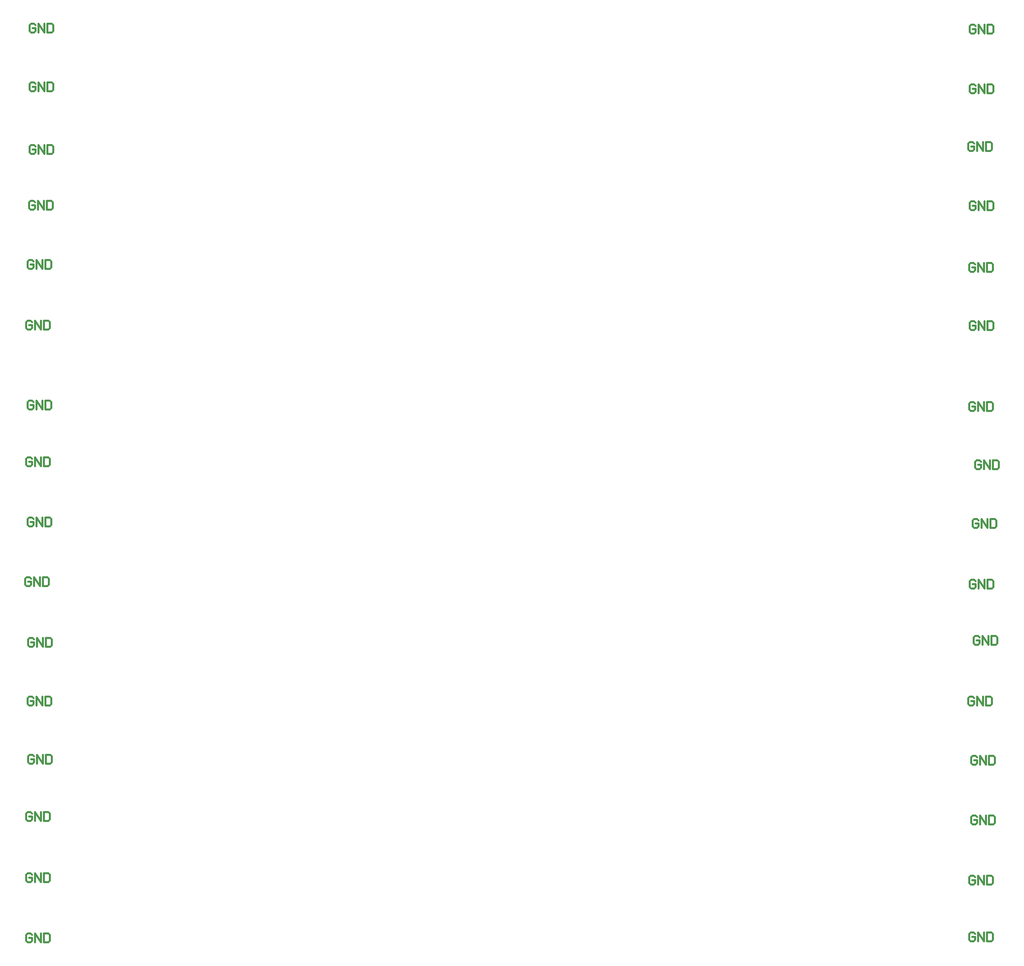
<source format=gbo>
%FSLAX44Y44*%
%MOMM*%
G71*
G01*
G75*
G04 Layer_Color=32896*
%ADD10P,3.2472X8X22.5*%
%ADD11C,2.0000*%
%ADD12C,3.0480*%
%ADD13P,3.2992X8X112.5*%
%ADD14C,1.4000*%
%ADD15C,1.5240*%
%ADD16P,1.6496X8X202.5*%
%ADD17C,3.0000*%
%ADD18P,4.3296X8X202.5*%
%ADD19C,1.0000*%
%ADD20C,2.0000*%
%ADD21C,0.1524*%
%ADD22C,0.2540*%
%ADD23C,0.2000*%
%ADD24C,0.3000*%
%ADD25P,3.4671X8X22.5*%
%ADD26C,2.2032*%
%ADD27C,3.2512*%
%ADD28P,3.5191X8X112.5*%
%ADD29C,1.6032*%
%ADD30C,1.7272*%
%ADD31P,1.8695X8X202.5*%
%ADD32C,3.2032*%
%ADD33P,4.5495X8X202.5*%
D24*
X2184397Y2045966D02*
X2181857Y2048505D01*
X2176779D01*
X2174240Y2045966D01*
Y2035809D01*
X2176779Y2033270D01*
X2181857D01*
X2184397Y2035809D01*
Y2040887D01*
X2179318D01*
X2189475Y2033270D02*
Y2048505D01*
X2199632Y2033270D01*
Y2048505D01*
X2204710D02*
Y2033270D01*
X2212328D01*
X2214867Y2035809D01*
Y2045966D01*
X2212328Y2048505D01*
X2204710D01*
X2184397Y1943096D02*
X2181857Y1945635D01*
X2176779D01*
X2174240Y1943096D01*
Y1932939D01*
X2176779Y1930400D01*
X2181857D01*
X2184397Y1932939D01*
Y1938017D01*
X2179318D01*
X2189475Y1930400D02*
Y1945635D01*
X2199632Y1930400D01*
Y1945635D01*
X2204710D02*
Y1930400D01*
X2212328D01*
X2214867Y1932939D01*
Y1943096D01*
X2212328Y1945635D01*
X2204710D01*
X2181857Y1844036D02*
X2179317Y1846575D01*
X2174239D01*
X2171700Y1844036D01*
Y1833879D01*
X2174239Y1831340D01*
X2179317D01*
X2181857Y1833879D01*
Y1838958D01*
X2176778D01*
X2186935Y1831340D02*
Y1846575D01*
X2197092Y1831340D01*
Y1846575D01*
X2202170D02*
Y1831340D01*
X2209788D01*
X2212327Y1833879D01*
Y1844036D01*
X2209788Y1846575D01*
X2202170D01*
X2184397Y1742436D02*
X2181857Y1744975D01*
X2176779D01*
X2174240Y1742436D01*
Y1732279D01*
X2176779Y1729740D01*
X2181857D01*
X2184397Y1732279D01*
Y1737357D01*
X2179318D01*
X2189475Y1729740D02*
Y1744975D01*
X2199632Y1729740D01*
Y1744975D01*
X2204710D02*
Y1729740D01*
X2212328D01*
X2214867Y1732279D01*
Y1742436D01*
X2212328Y1744975D01*
X2204710D01*
X2183127Y1637026D02*
X2180587Y1639565D01*
X2175509D01*
X2172970Y1637026D01*
Y1626869D01*
X2175509Y1624330D01*
X2180587D01*
X2183127Y1626869D01*
Y1631947D01*
X2178048D01*
X2188205Y1624330D02*
Y1639565D01*
X2198362Y1624330D01*
Y1639565D01*
X2203440D02*
Y1624330D01*
X2211058D01*
X2213597Y1626869D01*
Y1637026D01*
X2211058Y1639565D01*
X2203440D01*
X2184397Y1536696D02*
X2181857Y1539235D01*
X2176779D01*
X2174240Y1536696D01*
Y1526539D01*
X2176779Y1524000D01*
X2181857D01*
X2184397Y1526539D01*
Y1531617D01*
X2179318D01*
X2189475Y1524000D02*
Y1539235D01*
X2199632Y1524000D01*
Y1539235D01*
X2204710D02*
Y1524000D01*
X2212328D01*
X2214867Y1526539D01*
Y1536696D01*
X2212328Y1539235D01*
X2204710D01*
X2183127Y1398266D02*
X2180587Y1400805D01*
X2175509D01*
X2172970Y1398266D01*
Y1388109D01*
X2175509Y1385570D01*
X2180587D01*
X2183127Y1388109D01*
Y1393188D01*
X2178048D01*
X2188205Y1385570D02*
Y1400805D01*
X2198362Y1385570D01*
Y1400805D01*
X2203440D02*
Y1385570D01*
X2211058D01*
X2213597Y1388109D01*
Y1398266D01*
X2211058Y1400805D01*
X2203440D01*
X2193287Y1297936D02*
X2190748Y1300475D01*
X2185669D01*
X2183130Y1297936D01*
Y1287779D01*
X2185669Y1285240D01*
X2190748D01*
X2193287Y1287779D01*
Y1292858D01*
X2188208D01*
X2198365Y1285240D02*
Y1300475D01*
X2208522Y1285240D01*
Y1300475D01*
X2213600D02*
Y1285240D01*
X2221218D01*
X2223757Y1287779D01*
Y1297936D01*
X2221218Y1300475D01*
X2213600D01*
X2189477Y1197606D02*
X2186938Y1200145D01*
X2181859D01*
X2179320Y1197606D01*
Y1187449D01*
X2181859Y1184910D01*
X2186938D01*
X2189477Y1187449D01*
Y1192527D01*
X2184398D01*
X2194555Y1184910D02*
Y1200145D01*
X2204712Y1184910D01*
Y1200145D01*
X2209790D02*
Y1184910D01*
X2217408D01*
X2219947Y1187449D01*
Y1197606D01*
X2217408Y1200145D01*
X2209790D01*
X2184397Y1093466D02*
X2181857Y1096005D01*
X2176779D01*
X2174240Y1093466D01*
Y1083309D01*
X2176779Y1080770D01*
X2181857D01*
X2184397Y1083309D01*
Y1088388D01*
X2179318D01*
X2189475Y1080770D02*
Y1096005D01*
X2199632Y1080770D01*
Y1096005D01*
X2204710D02*
Y1080770D01*
X2212328D01*
X2214867Y1083309D01*
Y1093466D01*
X2212328Y1096005D01*
X2204710D01*
X2190747Y996946D02*
X2188208Y999485D01*
X2183129D01*
X2180590Y996946D01*
Y986789D01*
X2183129Y984250D01*
X2188208D01*
X2190747Y986789D01*
Y991868D01*
X2185668D01*
X2195825Y984250D02*
Y999485D01*
X2205982Y984250D01*
Y999485D01*
X2211060D02*
Y984250D01*
X2218678D01*
X2221217Y986789D01*
Y996946D01*
X2218678Y999485D01*
X2211060D01*
X2181857Y892806D02*
X2179317Y895345D01*
X2174239D01*
X2171700Y892806D01*
Y882649D01*
X2174239Y880110D01*
X2179317D01*
X2181857Y882649D01*
Y887728D01*
X2176778D01*
X2186935Y880110D02*
Y895345D01*
X2197092Y880110D01*
Y895345D01*
X2202170D02*
Y880110D01*
X2209788D01*
X2212327Y882649D01*
Y892806D01*
X2209788Y895345D01*
X2202170D01*
X2186937Y791206D02*
X2184397Y793745D01*
X2179319D01*
X2176780Y791206D01*
Y781049D01*
X2179319Y778510D01*
X2184397D01*
X2186937Y781049D01*
Y786127D01*
X2181858D01*
X2192015Y778510D02*
Y793745D01*
X2202172Y778510D01*
Y793745D01*
X2207250D02*
Y778510D01*
X2214868D01*
X2217407Y781049D01*
Y791206D01*
X2214868Y793745D01*
X2207250D01*
X2186937Y688336D02*
X2184397Y690875D01*
X2179319D01*
X2176780Y688336D01*
Y678179D01*
X2179319Y675640D01*
X2184397D01*
X2186937Y678179D01*
Y683258D01*
X2181858D01*
X2192015Y675640D02*
Y690875D01*
X2202172Y675640D01*
Y690875D01*
X2207250D02*
Y675640D01*
X2214868D01*
X2217407Y678179D01*
Y688336D01*
X2214868Y690875D01*
X2207250D01*
X2183127Y585466D02*
X2180587Y588005D01*
X2175509D01*
X2172970Y585466D01*
Y575309D01*
X2175509Y572770D01*
X2180587D01*
X2183127Y575309D01*
Y580387D01*
X2178048D01*
X2188205Y572770D02*
Y588005D01*
X2198362Y572770D01*
Y588005D01*
X2203440D02*
Y572770D01*
X2211058D01*
X2213597Y575309D01*
Y585466D01*
X2211058Y588005D01*
X2203440D01*
X2183127Y487676D02*
X2180587Y490215D01*
X2175509D01*
X2172970Y487676D01*
Y477519D01*
X2175509Y474980D01*
X2180587D01*
X2183127Y477519D01*
Y482598D01*
X2178048D01*
X2188205Y474980D02*
Y490215D01*
X2198362Y474980D01*
Y490215D01*
X2203440D02*
Y474980D01*
X2211058D01*
X2213597Y477519D01*
Y487676D01*
X2211058Y490215D01*
X2203440D01*
X565147Y486406D02*
X562607Y488945D01*
X557529D01*
X554990Y486406D01*
Y476249D01*
X557529Y473710D01*
X562607D01*
X565147Y476249D01*
Y481328D01*
X560068D01*
X570225Y473710D02*
Y488945D01*
X580382Y473710D01*
Y488945D01*
X585460D02*
Y473710D01*
X593078D01*
X595617Y476249D01*
Y486406D01*
X593078Y488945D01*
X585460D01*
X565147Y589276D02*
X562607Y591815D01*
X557529D01*
X554990Y589276D01*
Y579119D01*
X557529Y576580D01*
X562607D01*
X565147Y579119D01*
Y584198D01*
X560068D01*
X570225Y576580D02*
Y591815D01*
X580382Y576580D01*
Y591815D01*
X585460D02*
Y576580D01*
X593078D01*
X595617Y579119D01*
Y589276D01*
X593078Y591815D01*
X585460D01*
X565147Y694686D02*
X562607Y697225D01*
X557529D01*
X554990Y694686D01*
Y684529D01*
X557529Y681990D01*
X562607D01*
X565147Y684529D01*
Y689607D01*
X560068D01*
X570225Y681990D02*
Y697225D01*
X580382Y681990D01*
Y697225D01*
X585460D02*
Y681990D01*
X593078D01*
X595617Y684529D01*
Y694686D01*
X593078Y697225D01*
X585460D01*
X568957Y792476D02*
X566418Y795015D01*
X561339D01*
X558800Y792476D01*
Y782319D01*
X561339Y779780D01*
X566418D01*
X568957Y782319D01*
Y787398D01*
X563878D01*
X574035Y779780D02*
Y795015D01*
X584192Y779780D01*
Y795015D01*
X589270D02*
Y779780D01*
X596888D01*
X599427Y782319D01*
Y792476D01*
X596888Y795015D01*
X589270D01*
X567687Y892806D02*
X565148Y895345D01*
X560069D01*
X557530Y892806D01*
Y882649D01*
X560069Y880110D01*
X565148D01*
X567687Y882649D01*
Y887728D01*
X562608D01*
X572765Y880110D02*
Y895345D01*
X582922Y880110D01*
Y895345D01*
X588000D02*
Y880110D01*
X595618D01*
X598157Y882649D01*
Y892806D01*
X595618Y895345D01*
X588000D01*
X568957Y993136D02*
X566418Y995675D01*
X561339D01*
X558800Y993136D01*
Y982979D01*
X561339Y980440D01*
X566418D01*
X568957Y982979D01*
Y988057D01*
X563878D01*
X574035Y980440D02*
Y995675D01*
X584192Y980440D01*
Y995675D01*
X589270D02*
Y980440D01*
X596888D01*
X599427Y982979D01*
Y993136D01*
X596888Y995675D01*
X589270D01*
X563877Y1097276D02*
X561338Y1099815D01*
X556259D01*
X553720Y1097276D01*
Y1087119D01*
X556259Y1084580D01*
X561338D01*
X563877Y1087119D01*
Y1092197D01*
X558798D01*
X568955Y1084580D02*
Y1099815D01*
X579112Y1084580D01*
Y1099815D01*
X584190D02*
Y1084580D01*
X591808D01*
X594347Y1087119D01*
Y1097276D01*
X591808Y1099815D01*
X584190D01*
X567687Y1200146D02*
X565148Y1202685D01*
X560069D01*
X557530Y1200146D01*
Y1189989D01*
X560069Y1187450D01*
X565148D01*
X567687Y1189989D01*
Y1195068D01*
X562608D01*
X572765Y1187450D02*
Y1202685D01*
X582922Y1187450D01*
Y1202685D01*
X588000D02*
Y1187450D01*
X595618D01*
X598157Y1189989D01*
Y1200146D01*
X595618Y1202685D01*
X588000D01*
X565147Y1303016D02*
X562607Y1305555D01*
X557529D01*
X554990Y1303016D01*
Y1292859D01*
X557529Y1290320D01*
X562607D01*
X565147Y1292859D01*
Y1297937D01*
X560068D01*
X570225Y1290320D02*
Y1305555D01*
X580382Y1290320D01*
Y1305555D01*
X585460D02*
Y1290320D01*
X593078D01*
X595617Y1292859D01*
Y1303016D01*
X593078Y1305555D01*
X585460D01*
X567687Y1400806D02*
X565148Y1403345D01*
X560069D01*
X557530Y1400806D01*
Y1390649D01*
X560069Y1388110D01*
X565148D01*
X567687Y1390649D01*
Y1395728D01*
X562608D01*
X572765Y1388110D02*
Y1403345D01*
X582922Y1388110D01*
Y1403345D01*
X588000D02*
Y1388110D01*
X595618D01*
X598157Y1390649D01*
Y1400806D01*
X595618Y1403345D01*
X588000D01*
X565147Y1537966D02*
X562607Y1540505D01*
X557529D01*
X554990Y1537966D01*
Y1527809D01*
X557529Y1525270D01*
X562607D01*
X565147Y1527809D01*
Y1532888D01*
X560068D01*
X570225Y1525270D02*
Y1540505D01*
X580382Y1525270D01*
Y1540505D01*
X585460D02*
Y1525270D01*
X593078D01*
X595617Y1527809D01*
Y1537966D01*
X593078Y1540505D01*
X585460D01*
X567687Y1642106D02*
X565148Y1644645D01*
X560069D01*
X557530Y1642106D01*
Y1631949D01*
X560069Y1629410D01*
X565148D01*
X567687Y1631949D01*
Y1637027D01*
X562608D01*
X572765Y1629410D02*
Y1644645D01*
X582922Y1629410D01*
Y1644645D01*
X588000D02*
Y1629410D01*
X595618D01*
X598157Y1631949D01*
Y1642106D01*
X595618Y1644645D01*
X588000D01*
X570227Y1743706D02*
X567687Y1746245D01*
X562609D01*
X560070Y1743706D01*
Y1733549D01*
X562609Y1731010D01*
X567687D01*
X570227Y1733549D01*
Y1738627D01*
X565148D01*
X575305Y1731010D02*
Y1746245D01*
X585462Y1731010D01*
Y1746245D01*
X590540D02*
Y1731010D01*
X598158D01*
X600697Y1733549D01*
Y1743706D01*
X598158Y1746245D01*
X590540D01*
X571497Y1838956D02*
X568957Y1841495D01*
X563879D01*
X561340Y1838956D01*
Y1828799D01*
X563879Y1826260D01*
X568957D01*
X571497Y1828799D01*
Y1833878D01*
X566418D01*
X576575Y1826260D02*
Y1841495D01*
X586732Y1826260D01*
Y1841495D01*
X591810D02*
Y1826260D01*
X599428D01*
X601967Y1828799D01*
Y1838956D01*
X599428Y1841495D01*
X591810D01*
X571497Y1946906D02*
X568957Y1949445D01*
X563879D01*
X561340Y1946906D01*
Y1936749D01*
X563879Y1934210D01*
X568957D01*
X571497Y1936749D01*
Y1941828D01*
X566418D01*
X576575Y1934210D02*
Y1949445D01*
X586732Y1934210D01*
Y1949445D01*
X591810D02*
Y1934210D01*
X599428D01*
X601967Y1936749D01*
Y1946906D01*
X599428Y1949445D01*
X591810D01*
X571497Y2047236D02*
X568957Y2049775D01*
X563879D01*
X561340Y2047236D01*
Y2037079D01*
X563879Y2034540D01*
X568957D01*
X571497Y2037079D01*
Y2042157D01*
X566418D01*
X576575Y2034540D02*
Y2049775D01*
X586732Y2034540D01*
Y2049775D01*
X591810D02*
Y2034540D01*
X599428D01*
X601967Y2037079D01*
Y2047236D01*
X599428Y2049775D01*
X591810D01*
M02*

</source>
